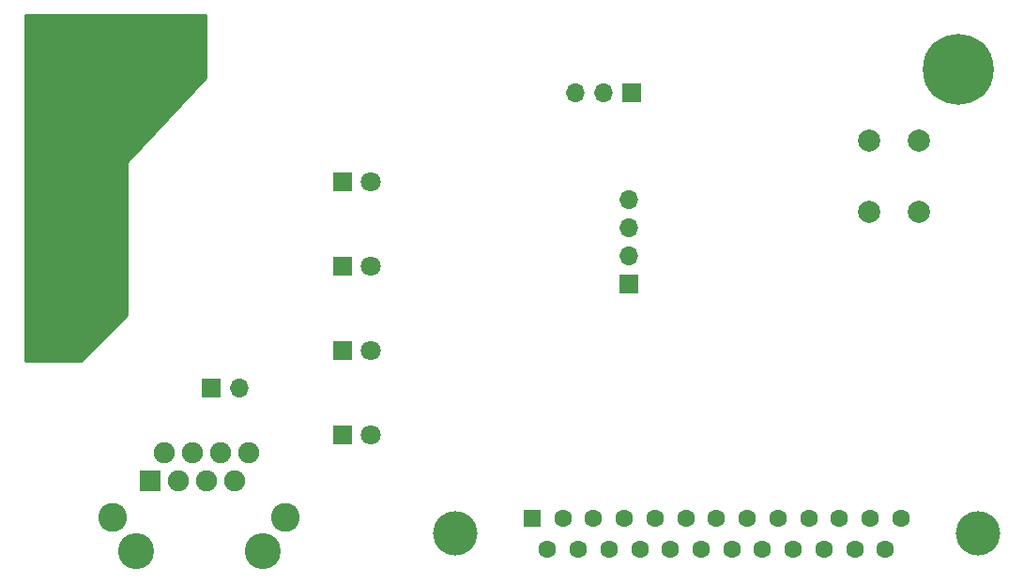
<source format=gbr>
%TF.GenerationSoftware,KiCad,Pcbnew,(5.1.8)-1*%
%TF.CreationDate,2021-02-10T22:47:22+08:00*%
%TF.ProjectId,mpg,6d70672e-6b69-4636-9164-5f7063625858,rev?*%
%TF.SameCoordinates,Original*%
%TF.FileFunction,Soldermask,Bot*%
%TF.FilePolarity,Negative*%
%FSLAX46Y46*%
G04 Gerber Fmt 4.6, Leading zero omitted, Abs format (unit mm)*
G04 Created by KiCad (PCBNEW (5.1.8)-1) date 2021-02-10 22:47:22*
%MOMM*%
%LPD*%
G01*
G04 APERTURE LIST*
%ADD10R,1.900000X1.900000*%
%ADD11C,1.900000*%
%ADD12C,2.600000*%
%ADD13C,3.250000*%
%ADD14O,1.700000X1.700000*%
%ADD15R,1.700000X1.700000*%
%ADD16C,4.000000*%
%ADD17C,1.600000*%
%ADD18R,1.600000X1.600000*%
%ADD19C,1.800000*%
%ADD20R,1.800000X1.800000*%
%ADD21C,0.800000*%
%ADD22C,6.400000*%
%ADD23C,2.000000*%
%ADD24C,0.254000*%
%ADD25C,0.100000*%
G04 APERTURE END LIST*
D10*
%TO.C,J5*%
X100550000Y-97664000D03*
D11*
X101820000Y-95124000D03*
X103090000Y-97664000D03*
X104360000Y-95124000D03*
X105630000Y-97664000D03*
X106900000Y-95124000D03*
X108170000Y-97664000D03*
X109440000Y-95124000D03*
D12*
X97220000Y-100954000D03*
X112770000Y-100954000D03*
D13*
X99280000Y-104004000D03*
X110710000Y-104004000D03*
%TD*%
D14*
%TO.C,J4*%
X108597000Y-89238000D03*
D15*
X106057000Y-89238000D03*
%TD*%
D14*
%TO.C,J2*%
X143776000Y-72220000D03*
X143776000Y-74760000D03*
X143776000Y-77300000D03*
D15*
X143776000Y-79840000D03*
%TD*%
D16*
%TO.C,J1*%
X175220000Y-102424000D03*
X128120000Y-102424000D03*
D17*
X166905000Y-103844000D03*
X164135000Y-103844000D03*
X161365000Y-103844000D03*
X158595000Y-103844000D03*
X155825000Y-103844000D03*
X153055000Y-103844000D03*
X150285000Y-103844000D03*
X147515000Y-103844000D03*
X144745000Y-103844000D03*
X141975000Y-103844000D03*
X139205000Y-103844000D03*
X136435000Y-103844000D03*
X168290000Y-101004000D03*
X165520000Y-101004000D03*
X162750000Y-101004000D03*
X159980000Y-101004000D03*
X157210000Y-101004000D03*
X154440000Y-101004000D03*
X151670000Y-101004000D03*
X148900000Y-101004000D03*
X146130000Y-101004000D03*
X143360000Y-101004000D03*
X140590000Y-101004000D03*
X137820000Y-101004000D03*
D18*
X135050000Y-101004000D03*
%TD*%
D19*
%TO.C,D6*%
X120484200Y-93515360D03*
D20*
X117944200Y-93515360D03*
%TD*%
D21*
%TO.C,H2*%
X175197056Y-62191056D03*
X175900000Y-60494000D03*
X175197056Y-58796944D03*
X173500000Y-58094000D03*
X171802944Y-58796944D03*
X171100000Y-60494000D03*
X171802944Y-62191056D03*
X173500000Y-62894000D03*
D22*
X173500000Y-60494000D03*
%TD*%
D21*
%TO.C,H1*%
X95907056Y-62121056D03*
X96610000Y-60424000D03*
X95907056Y-58726944D03*
X94210000Y-58024000D03*
X92512944Y-58726944D03*
X91810000Y-60424000D03*
X92512944Y-62121056D03*
X94210000Y-62824000D03*
D22*
X94210000Y-60424000D03*
%TD*%
D23*
%TO.C,SW1*%
X165438000Y-66886000D03*
X169938000Y-66886000D03*
X165438000Y-73386000D03*
X169938000Y-73386000D03*
%TD*%
D14*
%TO.C,J3*%
X138950000Y-62568000D03*
X141490000Y-62568000D03*
D15*
X144030000Y-62568000D03*
%TD*%
D19*
%TO.C,D5*%
X120476580Y-85890280D03*
D20*
X117936580Y-85890280D03*
%TD*%
D19*
%TO.C,D4*%
X120479120Y-78285520D03*
D20*
X117939120Y-78285520D03*
%TD*%
D19*
%TO.C,D3*%
X120481660Y-70652820D03*
D20*
X117941660Y-70652820D03*
%TD*%
D24*
X105546460Y-55582980D02*
X105546460Y-61250483D01*
X98471155Y-68831347D01*
X98456034Y-68851125D01*
X98445062Y-68873473D01*
X98438660Y-68897532D01*
X98437000Y-68917953D01*
X98431939Y-82703295D01*
X94305180Y-86830054D01*
X89366660Y-86827603D01*
X89366660Y-55580480D01*
X105546460Y-55582980D01*
D25*
G36*
X105546460Y-55582980D02*
G01*
X105546460Y-61250483D01*
X98471155Y-68831347D01*
X98456034Y-68851125D01*
X98445062Y-68873473D01*
X98438660Y-68897532D01*
X98437000Y-68917953D01*
X98431939Y-82703295D01*
X94305180Y-86830054D01*
X89366660Y-86827603D01*
X89366660Y-55580480D01*
X105546460Y-55582980D01*
G37*
M02*

</source>
